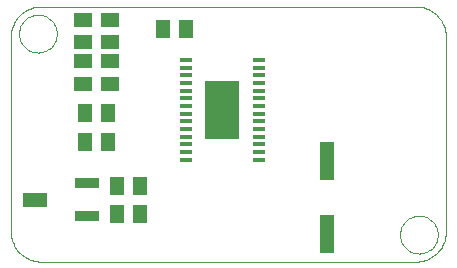
<source format=gtp>
G75*
%MOIN*%
%OFA0B0*%
%FSLAX24Y24*%
%IPPOS*%
%LPD*%
%AMOC8*
5,1,8,0,0,1.08239X$1,22.5*
%
%ADD10C,0.0000*%
%ADD11R,0.0394X0.0138*%
%ADD12R,0.1181X0.1969*%
%ADD13R,0.0512X0.0591*%
%ADD14R,0.0591X0.0512*%
%ADD15R,0.0512X0.1299*%
%ADD16R,0.0787X0.0354*%
%ADD17R,0.0787X0.0512*%
D10*
X004837Y005930D02*
X017337Y005930D01*
X016807Y006830D02*
X016809Y006880D01*
X016815Y006930D01*
X016825Y006979D01*
X016839Y007027D01*
X016856Y007074D01*
X016877Y007119D01*
X016902Y007163D01*
X016930Y007204D01*
X016962Y007243D01*
X016996Y007280D01*
X017033Y007314D01*
X017073Y007344D01*
X017115Y007371D01*
X017159Y007395D01*
X017205Y007416D01*
X017252Y007432D01*
X017300Y007445D01*
X017350Y007454D01*
X017399Y007459D01*
X017450Y007460D01*
X017500Y007457D01*
X017549Y007450D01*
X017598Y007439D01*
X017646Y007424D01*
X017692Y007406D01*
X017737Y007384D01*
X017780Y007358D01*
X017821Y007329D01*
X017860Y007297D01*
X017896Y007262D01*
X017928Y007224D01*
X017958Y007184D01*
X017985Y007141D01*
X018008Y007097D01*
X018027Y007051D01*
X018043Y007003D01*
X018055Y006954D01*
X018063Y006905D01*
X018067Y006855D01*
X018067Y006805D01*
X018063Y006755D01*
X018055Y006706D01*
X018043Y006657D01*
X018027Y006609D01*
X018008Y006563D01*
X017985Y006519D01*
X017958Y006476D01*
X017928Y006436D01*
X017896Y006398D01*
X017860Y006363D01*
X017821Y006331D01*
X017780Y006302D01*
X017737Y006276D01*
X017692Y006254D01*
X017646Y006236D01*
X017598Y006221D01*
X017549Y006210D01*
X017500Y006203D01*
X017450Y006200D01*
X017399Y006201D01*
X017350Y006206D01*
X017300Y006215D01*
X017252Y006228D01*
X017205Y006244D01*
X017159Y006265D01*
X017115Y006289D01*
X017073Y006316D01*
X017033Y006346D01*
X016996Y006380D01*
X016962Y006417D01*
X016930Y006456D01*
X016902Y006497D01*
X016877Y006541D01*
X016856Y006586D01*
X016839Y006633D01*
X016825Y006681D01*
X016815Y006730D01*
X016809Y006780D01*
X016807Y006830D01*
X017337Y005930D02*
X017397Y005932D01*
X017458Y005937D01*
X017517Y005946D01*
X017576Y005959D01*
X017635Y005975D01*
X017692Y005995D01*
X017747Y006018D01*
X017802Y006045D01*
X017854Y006074D01*
X017905Y006107D01*
X017954Y006143D01*
X018000Y006181D01*
X018044Y006223D01*
X018086Y006267D01*
X018124Y006313D01*
X018160Y006362D01*
X018193Y006413D01*
X018222Y006465D01*
X018249Y006520D01*
X018272Y006575D01*
X018292Y006632D01*
X018308Y006691D01*
X018321Y006750D01*
X018330Y006809D01*
X018335Y006870D01*
X018337Y006930D01*
X018337Y013430D01*
X018335Y013490D01*
X018330Y013551D01*
X018321Y013610D01*
X018308Y013669D01*
X018292Y013728D01*
X018272Y013785D01*
X018249Y013840D01*
X018222Y013895D01*
X018193Y013947D01*
X018160Y013998D01*
X018124Y014047D01*
X018086Y014093D01*
X018044Y014137D01*
X018000Y014179D01*
X017954Y014217D01*
X017905Y014253D01*
X017854Y014286D01*
X017802Y014315D01*
X017747Y014342D01*
X017692Y014365D01*
X017635Y014385D01*
X017576Y014401D01*
X017517Y014414D01*
X017458Y014423D01*
X017397Y014428D01*
X017337Y014430D01*
X004837Y014430D01*
X004107Y013530D02*
X004109Y013580D01*
X004115Y013630D01*
X004125Y013679D01*
X004139Y013727D01*
X004156Y013774D01*
X004177Y013819D01*
X004202Y013863D01*
X004230Y013904D01*
X004262Y013943D01*
X004296Y013980D01*
X004333Y014014D01*
X004373Y014044D01*
X004415Y014071D01*
X004459Y014095D01*
X004505Y014116D01*
X004552Y014132D01*
X004600Y014145D01*
X004650Y014154D01*
X004699Y014159D01*
X004750Y014160D01*
X004800Y014157D01*
X004849Y014150D01*
X004898Y014139D01*
X004946Y014124D01*
X004992Y014106D01*
X005037Y014084D01*
X005080Y014058D01*
X005121Y014029D01*
X005160Y013997D01*
X005196Y013962D01*
X005228Y013924D01*
X005258Y013884D01*
X005285Y013841D01*
X005308Y013797D01*
X005327Y013751D01*
X005343Y013703D01*
X005355Y013654D01*
X005363Y013605D01*
X005367Y013555D01*
X005367Y013505D01*
X005363Y013455D01*
X005355Y013406D01*
X005343Y013357D01*
X005327Y013309D01*
X005308Y013263D01*
X005285Y013219D01*
X005258Y013176D01*
X005228Y013136D01*
X005196Y013098D01*
X005160Y013063D01*
X005121Y013031D01*
X005080Y013002D01*
X005037Y012976D01*
X004992Y012954D01*
X004946Y012936D01*
X004898Y012921D01*
X004849Y012910D01*
X004800Y012903D01*
X004750Y012900D01*
X004699Y012901D01*
X004650Y012906D01*
X004600Y012915D01*
X004552Y012928D01*
X004505Y012944D01*
X004459Y012965D01*
X004415Y012989D01*
X004373Y013016D01*
X004333Y013046D01*
X004296Y013080D01*
X004262Y013117D01*
X004230Y013156D01*
X004202Y013197D01*
X004177Y013241D01*
X004156Y013286D01*
X004139Y013333D01*
X004125Y013381D01*
X004115Y013430D01*
X004109Y013480D01*
X004107Y013530D01*
X003837Y013430D02*
X003837Y006930D01*
X003839Y006870D01*
X003844Y006809D01*
X003853Y006750D01*
X003866Y006691D01*
X003882Y006632D01*
X003902Y006575D01*
X003925Y006520D01*
X003952Y006465D01*
X003981Y006413D01*
X004014Y006362D01*
X004050Y006313D01*
X004088Y006267D01*
X004130Y006223D01*
X004174Y006181D01*
X004220Y006143D01*
X004269Y006107D01*
X004320Y006074D01*
X004372Y006045D01*
X004427Y006018D01*
X004482Y005995D01*
X004539Y005975D01*
X004598Y005959D01*
X004657Y005946D01*
X004716Y005937D01*
X004777Y005932D01*
X004837Y005930D01*
X003837Y013430D02*
X003839Y013490D01*
X003844Y013551D01*
X003853Y013610D01*
X003866Y013669D01*
X003882Y013728D01*
X003902Y013785D01*
X003925Y013840D01*
X003952Y013895D01*
X003981Y013947D01*
X004014Y013998D01*
X004050Y014047D01*
X004088Y014093D01*
X004130Y014137D01*
X004174Y014179D01*
X004220Y014217D01*
X004269Y014253D01*
X004320Y014286D01*
X004372Y014315D01*
X004427Y014342D01*
X004482Y014365D01*
X004539Y014385D01*
X004598Y014401D01*
X004657Y014414D01*
X004716Y014423D01*
X004777Y014428D01*
X004837Y014430D01*
D11*
X009671Y012653D03*
X009671Y012397D03*
X009671Y012142D03*
X009671Y011886D03*
X009671Y011630D03*
X009671Y011374D03*
X009671Y011118D03*
X009671Y010862D03*
X009671Y010606D03*
X009671Y010350D03*
X009671Y010094D03*
X009671Y009838D03*
X009671Y009583D03*
X009671Y009327D03*
X012102Y009327D03*
X012102Y009583D03*
X012102Y009838D03*
X012102Y010094D03*
X012102Y010350D03*
X012102Y010606D03*
X012102Y010862D03*
X012102Y011118D03*
X012102Y011374D03*
X012102Y011630D03*
X012102Y011886D03*
X012102Y012142D03*
X012102Y012397D03*
X012102Y012653D03*
D12*
X010887Y010990D03*
D13*
X009661Y013670D03*
X008913Y013670D03*
X007071Y010890D03*
X006323Y010890D03*
X006323Y009920D03*
X007071Y009920D03*
X007379Y008452D03*
X008127Y008452D03*
X008127Y007522D03*
X007379Y007522D03*
D14*
X007127Y011856D03*
X007127Y012604D03*
X007127Y013246D03*
X007127Y013994D03*
X006257Y013994D03*
X006257Y013246D03*
X006257Y012604D03*
X006257Y011856D03*
D15*
X014387Y009300D03*
X014387Y006840D03*
D16*
X006363Y007440D03*
X006363Y008543D03*
D17*
X004630Y007991D03*
M02*

</source>
